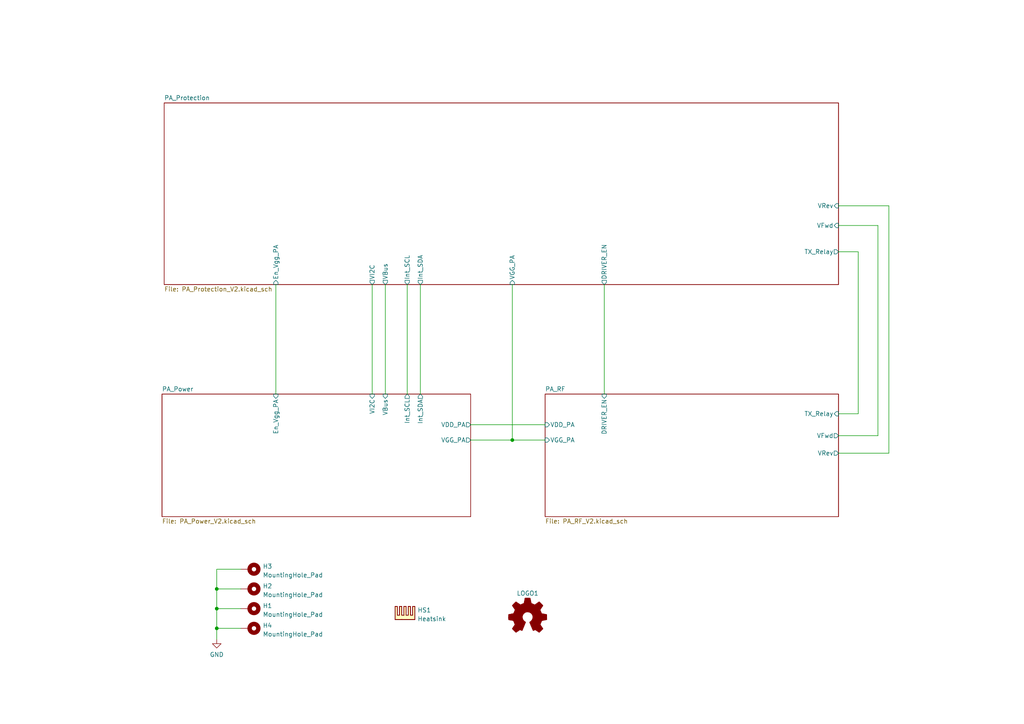
<source format=kicad_sch>
(kicad_sch (version 20230121) (generator eeschema)
  (paper "A4")
  (lib_symbols
    (symbol "Graphic:Logo_Open_Hardware_Small" (in_bom no) (on_board no)
      (symbol "Logo_Open_Hardware_Small_0_1"
        (polyline (pts (xy 3.3528 -4.3434) (xy 3.302 -4.318) (xy 3.175 -4.2418) (xy 2.9972 -4.1148) (xy 2.7686 -3.9624) (xy 2.54 -3.81) (xy 2.3622 -3.7084) (xy 2.2352 -3.6068) (xy 2.1844 -3.5814) (xy 2.159 -3.6068) (xy 2.0574 -3.6576) (xy 1.905 -3.7338) (xy 1.8034 -3.7846) (xy 1.6764 -3.8354) (xy 1.6002 -3.8354) (xy 1.6002 -3.8354) (xy 1.5494 -3.7338) (xy 1.4732 -3.5306) (xy 1.3462 -3.302) (xy 1.2446 -3.0226) (xy 1.1176 -2.7178) (xy 0.9652 -2.413) (xy 0.8636 -2.1082) (xy 0.7366 -1.8288) (xy 0.6604 -1.6256) (xy 0.6096 -1.4732) (xy 0.5842 -1.397) (xy 0.5842 -1.397) (xy 0.6604 -1.3208) (xy 0.7874 -1.2446) (xy 1.0414 -1.016) (xy 1.2954 -0.6858) (xy 1.4478 -0.3302) (xy 1.524 0.0762) (xy 1.4732 0.4572) (xy 1.3208 0.8128) (xy 1.0668 1.143) (xy 0.762 1.3716) (xy 0.4064 1.524) (xy 0 1.5748) (xy -0.381 1.5494) (xy -0.7366 1.397) (xy -1.0668 1.143) (xy -1.2192 0.9906) (xy -1.397 0.6604) (xy -1.524 0.3048) (xy -1.524 0.2286) (xy -1.4986 -0.1778) (xy -1.397 -0.5334) (xy -1.1938 -0.8636) (xy -0.9144 -1.143) (xy -0.8636 -1.1684) (xy -0.7366 -1.27) (xy -0.635 -1.3462) (xy -0.5842 -1.397) (xy -1.0668 -2.5908) (xy -1.143 -2.794) (xy -1.2954 -3.1242) (xy -1.397 -3.4036) (xy -1.4986 -3.6322) (xy -1.5748 -3.7846) (xy -1.6002 -3.8354) (xy -1.6002 -3.8354) (xy -1.651 -3.8354) (xy -1.7272 -3.81) (xy -1.905 -3.7338) (xy -2.0066 -3.683) (xy -2.1336 -3.6068) (xy -2.2098 -3.5814) (xy -2.2606 -3.6068) (xy -2.3622 -3.683) (xy -2.54 -3.81) (xy -2.7686 -3.9624) (xy -2.9718 -4.0894) (xy -3.1496 -4.2164) (xy -3.302 -4.318) (xy -3.3528 -4.3434) (xy -3.3782 -4.3434) (xy -3.429 -4.318) (xy -3.5306 -4.2164) (xy -3.7084 -4.064) (xy -3.937 -3.8354) (xy -3.9624 -3.81) (xy -4.1656 -3.6068) (xy -4.318 -3.4544) (xy -4.4196 -3.3274) (xy -4.445 -3.2766) (xy -4.445 -3.2766) (xy -4.4196 -3.2258) (xy -4.318 -3.0734) (xy -4.2164 -2.8956) (xy -4.064 -2.667) (xy -3.6576 -2.0828) (xy -3.8862 -1.5494) (xy -3.937 -1.3716) (xy -4.0386 -1.1684) (xy -4.0894 -1.0414) (xy -4.1148 -0.9652) (xy -4.191 -0.9398) (xy -4.318 -0.9144) (xy -4.5466 -0.8636) (xy -4.8006 -0.8128) (xy -5.0546 -0.7874) (xy -5.2578 -0.7366) (xy -5.4356 -0.7112) (xy -5.5118 -0.6858) (xy -5.5118 -0.6858) (xy -5.5372 -0.635) (xy -5.5372 -0.5588) (xy -5.5372 -0.4318) (xy -5.5626 -0.2286) (xy -5.5626 0.0762) (xy -5.5626 0.127) (xy -5.5372 0.4064) (xy -5.5372 0.635) (xy -5.5372 0.762) (xy -5.5372 0.8382) (xy -5.5372 0.8382) (xy -5.461 0.8382) (xy -5.3086 0.889) (xy -5.08 0.9144) (xy -4.826 0.9652) (xy -4.8006 0.9906) (xy -4.5466 1.0414) (xy -4.318 1.0668) (xy -4.1656 1.1176) (xy -4.0894 1.143) (xy -4.0894 1.143) (xy -4.0386 1.2446) (xy -3.9624 1.4224) (xy -3.8608 1.6256) (xy -3.7846 1.8288) (xy -3.7084 2.0066) (xy -3.6576 2.159) (xy -3.6322 2.2098) (xy -3.6322 2.2098) (xy -3.683 2.286) (xy -3.7592 2.413) (xy -3.8862 2.5908) (xy -4.064 2.8194) (xy -4.064 2.8448) (xy -4.2164 3.0734) (xy -4.3434 3.2512) (xy -4.4196 3.3782) (xy -4.445 3.4544) (xy -4.445 3.4544) (xy -4.3942 3.5052) (xy -4.2926 3.6322) (xy -4.1148 3.81) (xy -3.937 4.0132) (xy -3.8608 4.064) (xy -3.6576 4.2926) (xy -3.5052 4.4196) (xy -3.4036 4.4958) (xy -3.3528 4.5212) (xy -3.3528 4.5212) (xy -3.302 4.4704) (xy -3.1496 4.3688) (xy -2.9718 4.2418) (xy -2.7432 4.0894) (xy -2.7178 4.0894) (xy -2.4892 3.937) (xy -2.3114 3.81) (xy -2.1844 3.7084) (xy -2.1336 3.683) (xy -2.1082 3.683) (xy -2.032 3.7084) (xy -1.8542 3.7592) (xy -1.6764 3.8354) (xy -1.4732 3.937) (xy -1.27 4.0132) (xy -1.143 4.064) (xy -1.0668 4.1148) (xy -1.0668 4.1148) (xy -1.0414 4.191) (xy -1.016 4.3434) (xy -0.9652 4.572) (xy -0.9144 4.8514) (xy -0.889 4.9022) (xy -0.8382 5.1562) (xy -0.8128 5.3848) (xy -0.7874 5.5372) (xy -0.762 5.588) (xy -0.7112 5.6134) (xy -0.5842 5.6134) (xy -0.4064 5.6134) (xy -0.1524 5.6134) (xy 0.0762 5.6134) (xy 0.3302 5.6134) (xy 0.5334 5.6134) (xy 0.6858 5.588) (xy 0.7366 5.588) (xy 0.7366 5.588) (xy 0.762 5.5118) (xy 0.8128 5.334) (xy 0.8382 5.1054) (xy 0.9144 4.826) (xy 0.9144 4.7752) (xy 0.9652 4.5212) (xy 1.016 4.2926) (xy 1.0414 4.1402) (xy 1.0668 4.0894) (xy 1.0668 4.0894) (xy 1.1938 4.0386) (xy 1.3716 3.9624) (xy 1.5748 3.8608) (xy 2.0828 3.6576) (xy 2.7178 4.0894) (xy 2.7686 4.1402) (xy 2.9972 4.2926) (xy 3.175 4.4196) (xy 3.302 4.4958) (xy 3.3782 4.5212) (xy 3.3782 4.5212) (xy 3.429 4.4704) (xy 3.556 4.3434) (xy 3.7338 4.191) (xy 3.9116 3.9878) (xy 4.064 3.8354) (xy 4.2418 3.6576) (xy 4.3434 3.556) (xy 4.4196 3.4798) (xy 4.4196 3.429) (xy 4.4196 3.4036) (xy 4.3942 3.3274) (xy 4.2926 3.2004) (xy 4.1656 2.9972) (xy 4.0132 2.794) (xy 3.8862 2.5908) (xy 3.7592 2.3876) (xy 3.6576 2.2352) (xy 3.6322 2.159) (xy 3.6322 2.1336) (xy 3.683 2.0066) (xy 3.7592 1.8288) (xy 3.8608 1.6002) (xy 4.064 1.1176) (xy 4.3942 1.0414) (xy 4.5974 1.016) (xy 4.8768 0.9652) (xy 5.1308 0.9144) (xy 5.5372 0.8382) (xy 5.5626 -0.6604) (xy 5.4864 -0.6858) (xy 5.4356 -0.6858) (xy 5.2832 -0.7366) (xy 5.0546 -0.762) (xy 4.8006 -0.8128) (xy 4.5974 -0.8636) (xy 4.3688 -0.9144) (xy 4.2164 -0.9398) (xy 4.1402 -0.9398) (xy 4.1148 -0.9652) (xy 4.064 -1.0668) (xy 3.9878 -1.2446) (xy 3.9116 -1.4478) (xy 3.81 -1.651) (xy 3.7338 -1.8542) (xy 3.683 -2.0066) (xy 3.6576 -2.0828) (xy 3.683 -2.1336) (xy 3.7846 -2.2606) (xy 3.8862 -2.4638) (xy 4.0386 -2.667) (xy 4.191 -2.8956) (xy 4.318 -3.0734) (xy 4.3942 -3.2004) (xy 4.445 -3.2766) (xy 4.4196 -3.3274) (xy 4.3434 -3.429) (xy 4.1656 -3.5814) (xy 3.937 -3.8354) (xy 3.8862 -3.8608) (xy 3.683 -4.064) (xy 3.5306 -4.2164) (xy 3.4036 -4.318) (xy 3.3528 -4.3434)) (fill (type outline)))
      )
    )
    (symbol "Mechanical:Heatsink" (pin_names (offset 1.016))
      (property "Reference" "HS" (at 0 5.08 0))
      (property "Value" "Heatsink" (at 0 -1.27 0))
      (symbol "Heatsink_0_1"
        (polyline (pts (xy -0.3302 1.27) (xy -0.9652 1.27) (xy -0.9652 3.81) (xy -1.6002 3.81) (xy -1.6002 1.27) (xy -2.2352 1.27) (xy -2.2352 3.81) (xy -2.8702 3.81) (xy -2.8702 0) (xy -0.9652 0)) (stroke (width 0.254)) (fill (type background)))
        (polyline (pts (xy -0.3302 1.27) (xy -0.3302 3.81) (xy 0.3048 3.81) (xy 0.3048 1.27) (xy 0.9398 1.27) (xy 0.9398 3.81) (xy 1.5748 3.81) (xy 1.5748 1.27) (xy 2.2098 1.27) (xy 2.2098 3.81) (xy 2.8448 3.81) (xy 2.8448 0) (xy -0.9652 0)) (stroke (width 0.254)) (fill (type background)))
      )
    )
    (symbol "Mechanical:MountingHole_Pad" (pin_numbers hide) (pin_names (offset 1.016) hide)
      (property "Reference" "H" (at 0 6.35 0))
      (property "Value" "MountingHole_Pad" (at 0 4.445 0))
      (symbol "MountingHole_Pad_0_1"
        (circle (center 0 1.27) (radius 1.27) (stroke (width 1.27)))
      )
      (symbol "MountingHole_Pad_1_1"
        (pin input line (at 0 -2.54 90) (length 2.54) (name "1") (number "1"))
      )
    )
    (symbol "power:GND" (power) (pin_names (offset 0))
      (property "Value" "GND" (at 0 -3.81 0))
      (symbol "GND_0_1"
        (polyline (pts (xy 0 0) (xy 0 -1.27) (xy 1.27 -1.27) (xy 0 -2.54) (xy -1.27 -1.27) (xy 0 -1.27)))
      )
      (symbol "GND_1_1"
        (pin power_in line (at 0 0 270) (length 0) hide (name "GND") (number "1"))
      )
    )
  )
  (junction (at 62.865 170.815))
  (junction (at 148.59 127.635))
  (junction (at 62.865 182.245))
  (junction (at 62.865 176.53))
  (wire (pts (xy 254.635 65.405) (xy 243.205 65.405)))
  (wire (pts (xy 62.865 170.815) (xy 69.85 170.815)))
  (wire (pts (xy 62.865 176.53) (xy 62.865 182.245)))
  (wire (pts (xy 248.92 73.025) (xy 248.92 120.015)))
  (wire (pts (xy 69.85 165.1) (xy 62.865 165.1)))
  (wire (pts (xy 111.76 82.55) (xy 111.76 114.3)))
  (wire (pts (xy 243.205 59.69) (xy 257.81 59.69)))
  (wire (pts (xy 69.85 182.245) (xy 62.865 182.245)))
  (wire (pts (xy 62.865 176.53) (xy 69.85 176.53)))
  (wire (pts (xy 257.81 59.69) (xy 257.81 131.445)))
  (wire (pts (xy 243.205 126.365) (xy 254.635 126.365)))
  (wire (pts (xy 136.525 127.635) (xy 148.59 127.635)))
  (wire (pts (xy 248.92 120.015) (xy 243.205 120.015)))
  (wire (pts (xy 80.01 82.55) (xy 80.01 114.3)))
  (wire (pts (xy 257.81 131.445) (xy 243.205 131.445)))
  (wire (pts (xy 254.635 126.365) (xy 254.635 65.405)))
  (wire (pts (xy 118.11 82.55) (xy 118.11 114.3)))
  (wire (pts (xy 121.92 82.55) (xy 121.92 114.3)))
  (wire (pts (xy 107.95 82.55) (xy 107.95 114.3)))
  (wire (pts (xy 62.865 170.815) (xy 62.865 176.53)))
  (wire (pts (xy 175.26 82.55) (xy 175.26 114.3)))
  (wire (pts (xy 62.865 182.245) (xy 62.865 185.42)))
  (wire (pts (xy 148.59 82.55) (xy 148.59 127.635)))
  (wire (pts (xy 136.525 123.19) (xy 158.115 123.19)))
  (wire (pts (xy 62.865 165.1) (xy 62.865 170.815)))
  (wire (pts (xy 148.59 127.635) (xy 158.115 127.635)))
  (wire (pts (xy 243.205 73.025) (xy 248.92 73.025)))
  (symbol (lib_id "Mechanical:MountingHole_Pad") (at 72.39 176.53 270) (unit 1) (in_bom no)
    (property "Reference" "H1" (at 76.2 175.6953 90) (effects (justify left)))
    (property "Value" "MountingHole_Pad" (at 76.2 178.2322 90) (effects (justify left)))
    (property "Footprint" "MountingHole:MountingHole_3.2mm_M3_DIN965_Pad" (effects hide))
    (property "Comment" "not fitted" (effects hide))
  )
  (symbol (lib_id "Mechanical:MountingHole_Pad") (at 72.39 165.1 270) (unit 1) (in_bom no)
    (property "Reference" "H3" (at 76.2 164.2653 90) (effects (justify left)))
    (property "Value" "MountingHole_Pad" (at 76.2 166.8022 90) (effects (justify left)))
    (property "Footprint" "MountingHole:MountingHole_3.2mm_M3_DIN965_Pad" (effects hide))
    (property "Comment" "not fitted" (effects hide))
  )
  (symbol (lib_id "power:GND") (at 62.865 185.42 0) (unit 1)
    (property "Reference" "#PWR0100" (effects hide))
    (property "Value" "GND" (at 62.865 189.8634 0))
  )
  (symbol (lib_id "Graphic:Logo_Open_Hardware_Small") (at 153.035 179.07 0) (unit 1) (in_bom no)
    (property "Reference" "LOGO1" (at 153.035 172.085 0))
    (property "Value" "Logo_Open_Hardware_Small" (effects hide))
    (property "Footprint" "Symbol:OSHW-Logo2_9.8x8mm_SilkScreen" (effects hide))
    (property "Comment" "not fitted" (effects hide))
  )
  (symbol (lib_id "Mechanical:Heatsink") (at 117.475 179.705 0) (unit 1) (in_bom no)
    (property "Reference" "HS1" (at 121.0818 176.9653 0) (effects (justify left)))
    (property "Value" "Heatsink" (at 121.0818 179.5022 0) (effects (justify left)))
    (property "Footprint" "Pi_Tx_V2:Copper_Pad" (effects hide))
    (property "Comment" "not fitted" (effects hide))
  )
  (symbol (lib_id "Mechanical:MountingHole_Pad") (at 72.39 170.815 270) (unit 1) (in_bom no)
    (property "Reference" "H2" (at 76.2 169.9803 90) (effects (justify left)))
    (property "Value" "MountingHole_Pad" (at 76.2 172.5172 90) (effects (justify left)))
    (property "Footprint" "MountingHole:MountingHole_3.2mm_M3_DIN965_Pad" (effects hide))
    (property "Comment" "not fitted" (effects hide))
  )
  (symbol (lib_id "Mechanical:MountingHole_Pad") (at 72.39 182.245 270) (unit 1) (in_bom no)
    (property "Reference" "H4" (at 76.2 181.4103 90) (effects (justify left)))
    (property "Value" "MountingHole_Pad" (at 76.2 183.9472 90) (effects (justify left)))
    (property "Footprint" "MountingHole:MountingHole_3.2mm_M3_DIN965_Pad" (effects hide))
    (property "Comment" "not fitted" (effects hide))
  )
  (sheet (at 47.625 29.845) (size 195.58 52.705) (stroke (width 0.1524))
    (property "Sheetname" "PA_Protection" (at 47.625 29.1334 0) (effects (justify left bottom)))
    (property "Sheetfile" "PA_Protection_V2.kicad_sch" (at 47.625 83.1346 0) (effects (justify left top)))
    (pin "En_Vgg_PA" input (at 80.01 82.55 270))
    (pin "TX_Relay" output (at 243.205 73.025 0))
    (pin "VI2C" output (at 107.95 82.55 270))
    (pin "VBus" output (at 111.76 82.55 270))
    (pin "Int_SCL" output (at 118.11 82.55 270))
    (pin "Int_SDA" output (at 121.92 82.55 270))
    (pin "VRev" input (at 243.205 59.69 0))
    (pin "VFwd" input (at 243.205 65.405 0))
    (pin "VGG_PA" input (at 148.59 82.55 270))
    (pin "DRIVER_EN" output (at 175.26 82.55 270))
  )
  (sheet (at 158.115 114.3) (size 85.09 35.56) (stroke (width 0.1524))
    (property "Sheetname" "PA_RF" (at 158.115 113.5884 0) (effects (justify left bottom)))
    (property "Sheetfile" "PA_RF_V2.kicad_sch" (at 158.115 150.4446 0) (effects (justify left top)))
    (pin "VGG_PA" input (at 158.115 127.635 180))
    (pin "VFwd" output (at 243.205 126.365 0))
    (pin "TX_Relay" input (at 243.205 120.015 0))
    (pin "VRev" output (at 243.205 131.445 0))
    (pin "VDD_PA" input (at 158.115 123.19 180))
    (pin "DRIVER_EN" input (at 175.26 114.3 90))
  )
  (sheet (at 46.99 114.3) (size 89.535 35.56) (stroke (width 0.1524))
    (property "Sheetname" "PA_Power" (at 46.99 113.5884 0) (effects (justify left bottom)))
    (property "Sheetfile" "PA_Power_V2.kicad_sch" (at 46.99 150.4446 0) (effects (justify left top)))
    (pin "VDD_PA" output (at 136.525 123.19 0))
    (pin "VGG_PA" output (at 136.525 127.635 0))
    (pin "En_Vgg_PA" input (at 80.01 114.3 90))
    (pin "Int_SDA" output (at 121.92 114.3 90))
    (pin "Int_SCL" output (at 118.11 114.3 90))
    (pin "VBus" input (at 111.76 114.3 90))
    (pin "VI2C" input (at 107.95 114.3 90))
  )
)
</source>
